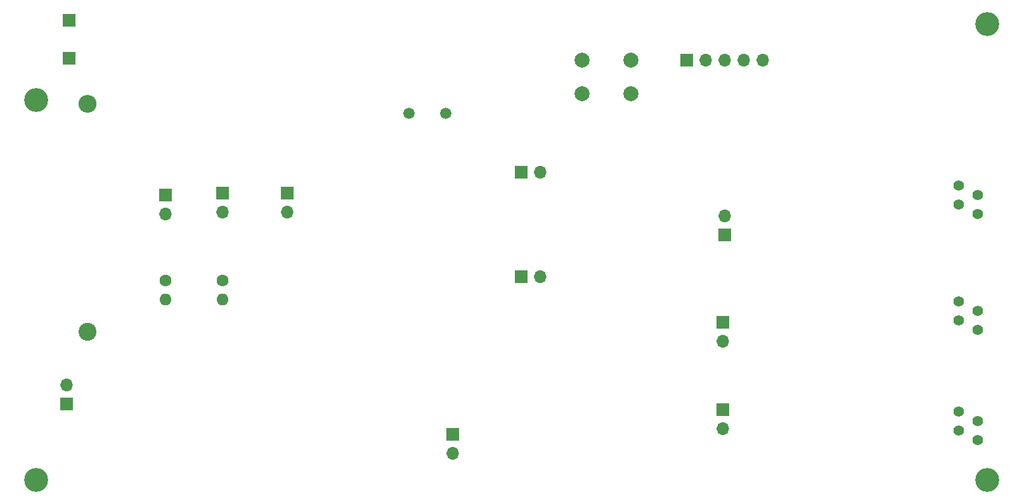
<source format=gbr>
%TF.GenerationSoftware,KiCad,Pcbnew,(5.1.6)-1*%
%TF.CreationDate,2020-08-06T11:36:23+02:00*%
%TF.ProjectId,Sintaksa-stm32g031-BMSmodul,53696e74-616b-4736-912d-73746d333267,rev?*%
%TF.SameCoordinates,Original*%
%TF.FileFunction,Soldermask,Bot*%
%TF.FilePolarity,Negative*%
%FSLAX46Y46*%
G04 Gerber Fmt 4.6, Leading zero omitted, Abs format (unit mm)*
G04 Created by KiCad (PCBNEW (5.1.6)-1) date 2020-08-06 11:36:23*
%MOMM*%
%LPD*%
G01*
G04 APERTURE LIST*
%ADD10C,3.200000*%
%ADD11R,1.700000X1.700000*%
%ADD12C,1.400000*%
%ADD13O,1.700000X1.700000*%
%ADD14C,1.500000*%
%ADD15O,1.600000X1.600000*%
%ADD16C,1.600000*%
%ADD17C,2.000000*%
%ADD18O,2.400000X2.400000*%
%ADD19C,2.400000*%
G04 APERTURE END LIST*
D10*
%TO.C,H4*%
X187960000Y-116840000D03*
%TD*%
%TO.C,H3*%
X60960000Y-116840000D03*
%TD*%
%TO.C,H2*%
X60960000Y-66040000D03*
%TD*%
%TO.C,H1*%
X187960000Y-55880000D03*
%TD*%
D11*
%TO.C,J1*%
X65300000Y-60400000D03*
X65300000Y-55320000D03*
%TD*%
D12*
%TO.C,U8*%
X186690000Y-111506000D03*
X184150000Y-110236000D03*
X186690000Y-108966000D03*
X184150000Y-107696000D03*
%TD*%
%TO.C,U6*%
X186690000Y-81280000D03*
X184150000Y-80010000D03*
X186690000Y-78740000D03*
X184150000Y-77470000D03*
%TD*%
%TO.C,U7*%
X186690000Y-96774000D03*
X184150000Y-95504000D03*
X186690000Y-94234000D03*
X184150000Y-92964000D03*
%TD*%
D13*
%TO.C,J12*%
X128270000Y-89662000D03*
D11*
X125730000Y-89662000D03*
%TD*%
D14*
%TO.C,Y1*%
X115624000Y-67818000D03*
X110744000Y-67818000D03*
%TD*%
D15*
%TO.C,TH2*%
X85852000Y-92710000D03*
D16*
X85852000Y-90170000D03*
%TD*%
D15*
%TO.C,TH1*%
X78232000Y-92710000D03*
D16*
X78232000Y-90170000D03*
%TD*%
D17*
%TO.C,SW1*%
X140358000Y-60706000D03*
X140358000Y-65206000D03*
X133858000Y-60706000D03*
X133858000Y-65206000D03*
%TD*%
D18*
%TO.C,R5*%
X67818000Y-66548000D03*
D19*
X67818000Y-97028000D03*
%TD*%
D13*
%TO.C,J11*%
X128270000Y-75692000D03*
D11*
X125730000Y-75692000D03*
%TD*%
D13*
%TO.C,J10*%
X78232000Y-81280000D03*
D11*
X78232000Y-78740000D03*
%TD*%
D13*
%TO.C,J9*%
X116586000Y-113284000D03*
D11*
X116586000Y-110744000D03*
%TD*%
D13*
%TO.C,J8*%
X65024000Y-104140000D03*
D11*
X65024000Y-106680000D03*
%TD*%
D13*
%TO.C,J7*%
X94488000Y-81026000D03*
D11*
X94488000Y-78486000D03*
%TD*%
D13*
%TO.C,J6*%
X85852000Y-81026000D03*
D11*
X85852000Y-78486000D03*
%TD*%
D13*
%TO.C,J5*%
X152654000Y-109982000D03*
D11*
X152654000Y-107442000D03*
%TD*%
D13*
%TO.C,J4*%
X152654000Y-98298000D03*
D11*
X152654000Y-95758000D03*
%TD*%
D13*
%TO.C,J3*%
X152908000Y-81534000D03*
D11*
X152908000Y-84074000D03*
%TD*%
D13*
%TO.C,J2*%
X157988000Y-60706000D03*
X155448000Y-60706000D03*
X152908000Y-60706000D03*
X150368000Y-60706000D03*
D11*
X147828000Y-60706000D03*
%TD*%
M02*

</source>
